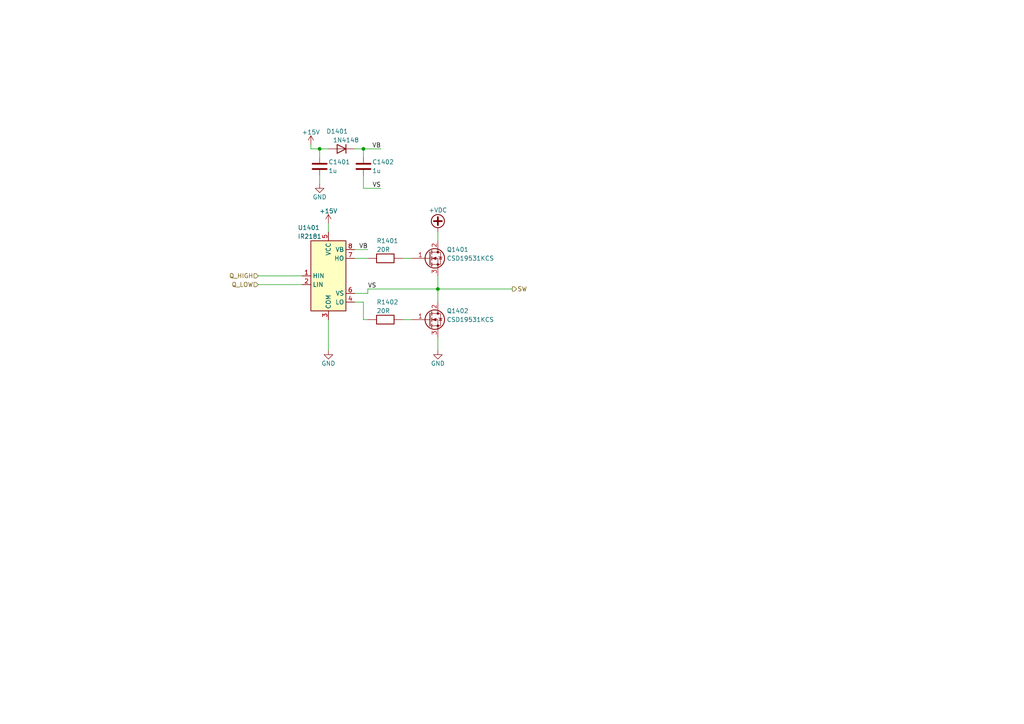
<source format=kicad_sch>
(kicad_sch (version 20211123) (generator eeschema)
  (paper "A4")
  (lib_symbols
    (symbol "Diode:1N4148" (pin_numbers hide) (pin_names (offset 1.016) hide)
      (property "Reference" "D" (at 0 2.54 0))
      (property "Value" "1N4148" (at 0 -2.54 0))
      (symbol "1N4148_0_1"
        (polyline (pts (xy -1.27 1.27) (xy -1.27 -1.27)) (stroke (width 0.254)))
        (polyline (pts (xy 1.27 0) (xy -1.27 0)))
        (polyline (pts (xy 1.27 1.27) (xy 1.27 -1.27) (xy -1.27 0) (xy 1.27 1.27)) (stroke (width 0.254)))
      )
      (symbol "1N4148_1_1"
        (pin passive line (at -3.81 0 0) (length 2.54) (name "K") (number "1"))
        (pin passive line (at 3.81 0 180) (length 2.54) (name "A") (number "2"))
      )
    )
    (symbol "Discretes:CSD19531KCS" (pin_names (offset 0) hide)
      (property "Reference" "Q" (at 5.08 2.54 0))
      (property "Value" "CSD19531KCS" (at 5.08 0 0))
      (symbol "CSD19531KCS_0_1"
        (polyline (pts (xy 0.0508 0) (xy 0.254 0)))
        (polyline (pts (xy 0.762 -1.778) (xy 2.54 -1.778)))
        (polyline (pts (xy 0.762 -1.27) (xy 0.762 -2.286)) (stroke (width 0.254)))
        (polyline (pts (xy 0.762 0) (xy 2.54 0)))
        (polyline (pts (xy 0.762 0.508) (xy 0.762 -0.508)) (stroke (width 0.254)))
        (polyline (pts (xy 0.762 1.778) (xy 2.54 1.778)))
        (polyline (pts (xy 0.762 2.286) (xy 0.762 1.27)) (stroke (width 0.254)))
        (polyline (pts (xy 2.54 -1.778) (xy 2.54 -2.54)))
        (polyline (pts (xy 2.54 -1.778) (xy 2.54 0)))
        (polyline (pts (xy 2.54 2.54) (xy 2.54 1.778)))
        (polyline (pts (xy 0.254 1.905) (xy 0.254 -1.905) (xy 0.254 -1.905)) (stroke (width 0.254)))
        (polyline (pts (xy 1.016 0) (xy 2.032 0.381) (xy 2.032 -0.381) (xy 1.016 0)) (fill (type outline)))
        (polyline (pts (xy 2.54 -1.778) (xy 3.302 -1.778) (xy 3.302 1.778) (xy 2.54 1.778)))
        (polyline (pts (xy 2.794 0.508) (xy 2.921 0.381) (xy 3.683 0.381) (xy 3.81 0.254)))
        (polyline (pts (xy 3.302 0.381) (xy 2.921 -0.254) (xy 3.683 -0.254) (xy 3.302 0.381)))
        (circle (center 1.651 0) (radius 2.8194) (stroke (width 0.254)))
        (circle (center 2.54 -1.778) (radius 0.2794) (fill (type outline)))
        (circle (center 2.54 1.778) (radius 0.2794) (fill (type outline)))
      )
      (symbol "CSD19531KCS_1_1"
        (pin input line (at -5.08 0 0) (length 5.08) (name "G") (number "1"))
        (pin passive line (at 2.54 5.08 270) (length 2.54) (name "D") (number "2"))
        (pin passive line (at 2.54 -5.08 90) (length 2.54) (name "S") (number "3"))
      )
    )
    (symbol "Driver_FET:IR2181"
      (property "Reference" "U" (at 1.27 13.335 0))
      (property "Value" "IR2181" (at 1.27 11.43 0))
      (symbol "IR2181_0_1"
        (rectangle (start -5.08 -10.16) (end 5.08 10.16) (stroke (width 0.254)) (fill (type background)))
      )
      (symbol "IR2181_1_1"
        (pin input line (at -7.62 0 0) (length 2.54) (name "HIN") (number "1"))
        (pin input line (at -7.62 -2.54 0) (length 2.54) (name "LIN") (number "2"))
        (pin power_in line (at 0 -12.7 90) (length 2.54) (name "COM") (number "3"))
        (pin output line (at 7.62 -7.62 180) (length 2.54) (name "LO") (number "4"))
        (pin power_in line (at 0 12.7 270) (length 2.54) (name "VCC") (number "5"))
        (pin passive line (at 7.62 -5.08 180) (length 2.54) (name "VS") (number "6"))
        (pin output line (at 7.62 5.08 180) (length 2.54) (name "HO") (number "7"))
        (pin passive line (at 7.62 7.62 180) (length 2.54) (name "VB") (number "8"))
      )
    )
    (symbol "Passives:C1206" (pin_numbers hide) (pin_names (offset 0.254))
      (property "Reference" "C" (at 2.54 1.27 0))
      (property "Value" "C1206" (at 2.54 -1.27 0))
      (symbol "C1206_0_1"
        (polyline (pts (xy -2.032 -0.762) (xy 2.032 -0.762)) (stroke (width 0.508)))
        (polyline (pts (xy -2.032 0.762) (xy 2.032 0.762)) (stroke (width 0.508)))
      )
      (symbol "C1206_1_1"
        (pin passive line (at 0 2.54 270) (length 1.524) (name "~") (number "1"))
        (pin passive line (at 0 -2.54 90) (length 1.524) (name "~") (number "2"))
      )
    )
    (symbol "Passives:R1206" (pin_numbers hide) (pin_names (offset 0))
      (property "Reference" "R" (at -2.54 5.08 0))
      (property "Value" "R1206" (at -2.54 2.54 0))
      (symbol "R1206_0_1"
        (polyline (pts (xy 2.54 1.27) (xy 2.54 -1.27) (xy -2.54 -1.27) (xy -2.54 1.27) (xy 2.54 1.27)) (stroke (width 0.254)))
      )
      (symbol "R1206_1_1"
        (pin passive line (at -5.08 0 0) (length 2.54) (name "~") (number "1"))
        (pin passive line (at 5.08 0 180) (length 2.54) (name "~") (number "2"))
      )
    )
    (symbol "power:+15V" (power) (pin_names (offset 0))
      (property "Value" "+15V" (at 0 3.556 0))
      (symbol "+15V_0_1"
        (polyline (pts (xy -0.762 1.27) (xy 0 2.54)))
        (polyline (pts (xy 0 0) (xy 0 2.54)))
        (polyline (pts (xy 0 2.54) (xy 0.762 1.27)))
      )
      (symbol "+15V_1_1"
        (pin power_in line (at 0 0 90) (length 0) hide (name "+15V") (number "1"))
      )
    )
    (symbol "power:+VDC" (power) (pin_names (offset 0))
      (property "Value" "+VDC" (at 0 6.35 0))
      (symbol "+VDC_0_1"
        (polyline (pts (xy -1.143 3.175) (xy 1.143 3.175)) (stroke (width 0.508)))
        (polyline (pts (xy 0 0) (xy 0 1.27)))
        (polyline (pts (xy 0 2.032) (xy 0 4.318)) (stroke (width 0.508)))
        (circle (center 0 3.175) (radius 1.905) (stroke (width 0.254)))
      )
      (symbol "+VDC_1_1"
        (pin power_in line (at 0 0 90) (length 0) hide (name "+VDC") (number "1"))
      )
    )
    (symbol "power:GND" (power) (pin_names (offset 0))
      (property "Value" "GND" (at 0 -3.81 0))
      (symbol "GND_0_1"
        (polyline (pts (xy 0 0) (xy 0 -1.27) (xy 1.27 -1.27) (xy 0 -2.54) (xy -1.27 -1.27) (xy 0 -1.27)))
      )
      (symbol "GND_1_1"
        (pin power_in line (at 0 0 270) (length 0) hide (name "GND") (number "1"))
      )
    )
  )
  (junction (at 92.71 43.18))
  (junction (at 105.41 43.18))
  (junction (at 127 83.82))
  (wire (pts (xy 102.87 72.39) (xy 106.68 72.39)))
  (wire (pts (xy 90.17 43.18) (xy 92.71 43.18)))
  (wire (pts (xy 106.68 92.71) (xy 105.41 92.71)))
  (wire (pts (xy 102.87 87.63) (xy 105.41 87.63)))
  (wire (pts (xy 95.25 92.71) (xy 95.25 101.6)))
  (wire (pts (xy 127 83.82) (xy 148.59 83.82)))
  (wire (pts (xy 105.41 50.8) (xy 105.41 54.61)))
  (wire (pts (xy 127 97.79) (xy 127 101.6)))
  (wire (pts (xy 74.93 80.01) (xy 87.63 80.01)))
  (wire (pts (xy 102.87 74.93) (xy 106.68 74.93)))
  (wire (pts (xy 95.25 64.77) (xy 95.25 67.31)))
  (wire (pts (xy 106.68 83.82) (xy 127 83.82)))
  (wire (pts (xy 127 67.31) (xy 127 69.85)))
  (wire (pts (xy 102.87 85.09) (xy 106.68 85.09)))
  (wire (pts (xy 105.41 92.71) (xy 105.41 87.63)))
  (wire (pts (xy 106.68 85.09) (xy 106.68 83.82)))
  (wire (pts (xy 127 80.01) (xy 127 83.82)))
  (wire (pts (xy 92.71 43.18) (xy 95.25 43.18)))
  (wire (pts (xy 92.71 50.8) (xy 92.71 53.34)))
  (wire (pts (xy 116.84 92.71) (xy 119.38 92.71)))
  (wire (pts (xy 74.93 82.55) (xy 87.63 82.55)))
  (wire (pts (xy 92.71 43.18) (xy 92.71 45.72)))
  (wire (pts (xy 116.84 74.93) (xy 119.38 74.93)))
  (wire (pts (xy 90.17 41.91) (xy 90.17 43.18)))
  (wire (pts (xy 102.87 43.18) (xy 105.41 43.18)))
  (wire (pts (xy 105.41 43.18) (xy 110.49 43.18)))
  (wire (pts (xy 105.41 43.18) (xy 105.41 45.72)))
  (wire (pts (xy 127 83.82) (xy 127 87.63)))
  (wire (pts (xy 105.41 54.61) (xy 110.49 54.61)))
  (label "VS" (at 106.68 83.82 0))
  (label "VB" (at 110.49 43.18 180))
  (label "VS" (at 110.49 54.61 180))
  (label "VB" (at 106.68 72.39 180))
  (hierarchical_label "SW" (shape output) (at 148.59 83.82 0))
  (hierarchical_label "Q_HIGH" (shape input) (at 74.93 80.01 180))
  (hierarchical_label "Q_LOW" (shape input) (at 74.93 82.55 180))
  (symbol (lib_id "Diode:1N4148") (at 99.06 43.18 180) (unit 1)
    (property "Reference" "D1401" (at 97.79 38.1 0))
    (property "Value" "1N4148" (at 100.33 40.64 0))
    (property "Footprint" "Diode_SMD:D_MiniMELF" (effects hide))
    (property "Datasheet" "https://assets.nexperia.com/documents/data-sheet/1N4148_1N4448.pdf" (effects hide))
  )
  (symbol (lib_id "Discretes:CSD19531KCS") (at 124.46 74.93 0) (unit 1)
    (property "Reference" "Q1401" (at 129.54 72.39 0) (effects (justify left)))
    (property "Value" "CSD19531KCS" (at 129.54 74.93 0) (effects (justify left)))
    (property "Footprint" "Discretes:TO-220" (effects hide))
    (property "Datasheet" "http://www.ti.com/lit/ds/symlink/csd19531kcs.pdf" (effects hide))
  )
  (symbol (lib_id "power:GND") (at 92.71 53.34 0) (unit 1)
    (property "Reference" "#PWR01402" (effects hide))
    (property "Value" "GND" (at 92.71 57.15 0))
  )
  (symbol (lib_id "power:+15V") (at 90.17 41.91 0) (unit 1)
    (property "Reference" "#PWR01401" (effects hide))
    (property "Value" "+15V" (at 90.17 38.354 0))
  )
  (symbol (lib_id "power:GND") (at 95.25 101.6 0) (unit 1)
    (property "Reference" "#PWR01404" (effects hide))
    (property "Value" "GND" (at 95.25 105.41 0))
  )
  (symbol (lib_id "Passives:R1206") (at 111.76 92.71 0) (unit 1)
    (property "Reference" "R1402" (at 109.22 87.63 0) (effects (justify left)))
    (property "Value" "20R" (at 109.22 90.17 0) (effects (justify left)))
    (property "Footprint" "Passives:R1206M" (effects hide))
  )
  (symbol (lib_id "Discretes:CSD19531KCS") (at 124.46 92.71 0) (unit 1)
    (property "Reference" "Q1402" (at 129.54 90.17 0) (effects (justify left)))
    (property "Value" "CSD19531KCS" (at 129.54 92.71 0) (effects (justify left)))
    (property "Footprint" "Discretes:TO-220" (effects hide))
    (property "Datasheet" "http://www.ti.com/lit/ds/symlink/csd19531kcs.pdf" (effects hide))
  )
  (symbol (lib_id "power:+VDC") (at 127 67.31 0) (unit 1)
    (property "Reference" "#PWR01405" (effects hide))
    (property "Value" "+VDC" (at 127 60.96 0))
  )
  (symbol (lib_id "power:GND") (at 127 101.6 0) (unit 1)
    (property "Reference" "#PWR01406" (effects hide))
    (property "Value" "GND" (at 127 105.41 0))
  )
  (symbol (lib_id "power:+15V") (at 95.25 64.77 0) (unit 1)
    (property "Reference" "#PWR01403" (effects hide))
    (property "Value" "+15V" (at 95.25 61.214 0))
  )
  (symbol (lib_id "Passives:C1206") (at 92.71 48.26 0) (unit 1)
    (property "Reference" "C1401" (at 95.25 46.99 0) (effects (justify left)))
    (property "Value" "1u" (at 95.25 49.53 0) (effects (justify left)))
    (property "Footprint" "Passives:C1206M" (effects hide))
  )
  (symbol (lib_id "Passives:R1206") (at 111.76 74.93 0) (unit 1)
    (property "Reference" "R1401" (at 109.22 69.85 0) (effects (justify left)))
    (property "Value" "20R" (at 109.22 72.39 0) (effects (justify left)))
    (property "Footprint" "Passives:R1206M" (effects hide))
  )
  (symbol (lib_id "Driver_FET:IR2181") (at 95.25 80.01 0) (unit 1)
    (property "Reference" "U1401" (at 86.36 66.04 0) (effects (justify left)))
    (property "Value" "IR2181" (at 86.36 68.58 0) (effects (justify left)))
    (property "Footprint" "Package_SO:SO8" (effects hide))
    (property "Datasheet" "https://www.infineon.com/dgdl/ir2181.pdf?fileId=5546d462533600a4015355c93cdd16ce" (effects hide))
  )
  (symbol (lib_id "Passives:C1206") (at 105.41 48.26 0) (unit 1)
    (property "Reference" "C1402" (at 107.95 46.99 0) (effects (justify left)))
    (property "Value" "1u" (at 107.95 49.53 0) (effects (justify left)))
    (property "Footprint" "Passives:C1206M" (effects hide))
  )
)
</source>
